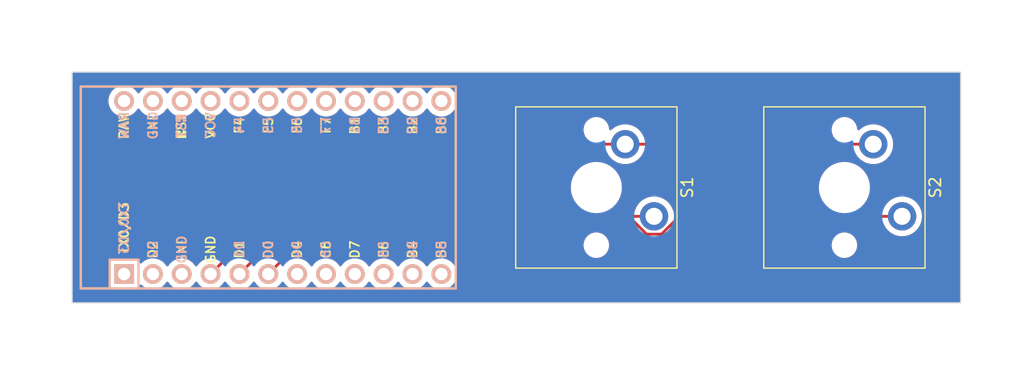
<source format=kicad_pcb>
(kicad_pcb (version 20221018) (generator pcbnew)
  (layers (0 "F.Cu" signal) (31 "B.Cu" signal) (34 "B.Paste" user) (35 "F.Paste" user) (36 "B.SilkS" user "B.Silkscreen") (37 "F.SilkS" user "F.Silkscreen") (38 "B.Mask" user) (39 "F.Mask" user) (44 "Edge.Cuts" user))
  (net 0 "")
  (net 1 "GND")
  (net 2 "BTN 1")
  (net 3 "BTN 2")
  (footprint "ScottoKeebs_MX:MX_PCB_1.00u" (layer "F.Cu") (at 170.18 100.33 -90)
    (fp_text reference "S2" (at 0 -8 90) (layer "F.SilkS"))
    (fp_text value "Keyswitch")
    (fp_line (start -7.1 -7.1) (end -7.1 7.1) (stroke (width 0.12)) (layer "F.SilkS"))
    (fp_line (start -7.1 7.1) (end 7.1 7.1) (stroke (width 0.12)) (layer "F.SilkS"))
    (fp_line (start 7.1 -7.1) (end -7.1 -7.1) (stroke (width 0.12)) (layer "F.SilkS"))
    (fp_line (start 7.1 7.1) (end 7.1 -7.1) (stroke (width 0.12)) (layer "F.SilkS"))
    (pad "" np_thru_hole circle (at -5.08 0 270) (size 1.75 1.75) (drill 1.75) (layers "*.Cu" "*.Mask"))
    (pad "" np_thru_hole circle (at 0 0 270) (size 4 4) (drill 4) (layers "*.Cu" "*.Mask"))
    (pad "" np_thru_hole circle (at 5.08 0 270) (size 1.75 1.75) (drill 1.75) (layers "*.Cu" "*.Mask"))
    (pad "1" thru_hole circle (at -3.81 -2.54 270) (size 2.5 2.5) (drill 1.5) (layers "*.Cu" "*.Mask") (net 1 "GND"))
    (pad "2" thru_hole circle (at 2.54 -5.08 270) (size 2.5 2.5) (drill 1.5) (layers "*.Cu" "*.Mask") (net 3 "BTN 2"))
  )
  (footprint "ScottoKeebs_MCU:Arduino_Pro_Micro" (layer "F.Cu") (at 120.72 100.33 90)
    (fp_text reference "U1" hide)
    (fp_text value "Arduino_Pro_Micro" hide)
    (fp_text user "B1" (at 5.461 6.35 90) (layer "B.SilkS") (effects (font (size 0.8 0.8)) (justify mirror)))
    (fp_text user "D1" (at -5.461 -3.81 90) (layer "B.SilkS") (effects (font (size 0.8 0.8)) (justify mirror)))
    (fp_text user "D0" (at -5.461 -1.27 90) (layer "B.SilkS") (effects (font (size 0.8 0.8)) (justify mirror)))
    (fp_text user "F6" (at 5.461 1.27 90) (layer "B.SilkS") (effects (font (size 0.8 0.8)) (justify mirror)))
    (fp_text user "C6" (at -5.461 3.81 90) (layer "B.SilkS") (effects (font (size 0.8 0.8)) (justify mirror)))
    (fp_text user "TX0/D3" (at -3.571872 -13.97 90) (layer "B.SilkS") (effects (font (size 0.8 0.8)) (justify mirror)))
    (fp_text user "B5" (at -5.461 13.97 90) (layer "B.SilkS") (effects (font (size 0.8 0.8)) (justify mirror)))
    (fp_text user "VCC" (at 5.461 -6.35 90) (layer "B.SilkS") (effects (font (size 0.8 0.8)) (justify mirror)))
    (fp_text user "F5" (at 5.461 -1.27 90) (layer "B.SilkS") (effects (font (size 0.8 0.8)) (justify mirror)))
    (fp_text user "F4" (at 5.461 -3.81 90) (layer "B.SilkS") (effects (font (size 0.8 0.8)) (justify mirror)))
    (fp_text user "D2" (at -5.461 -11.43 90) (layer "B.SilkS") (effects (font (size 0.8 0.8)) (justify mirror)))
    (fp_text user "E6" (at -5.461 8.89 90) (layer "B.SilkS") (effects (font (size 0.8 0.8)) (justify mirror)))
    (fp_text user "B6" (at 5.461 13.97 90) (layer "B.SilkS") (effects (font (size 0.8 0.8)) (justify mirror)))
    (fp_text user "B4" (at -5.461 11.43 90) (layer "B.SilkS") (effects (font (size 0.8 0.8)) (justify mirror)))
    (fp_text user "GND" (at 5.461 -11.43 90) (layer "B.SilkS") (effects (font (size 0.8 0.8)) (justify mirror)))
    (fp_text user "RAW" (at 5.461 -13.97 90) (layer "B.SilkS") (effects (font (size 0.8 0.8)) (justify mirror)))
    (fp_text user "B2" (at 5.461 11.43 90) (layer "B.SilkS") (effects (font (size 0.8 0.8)) (justify mirror)))
    (fp_text user "ST" (at 5.04 -8.91 90) (layer "B.SilkS") (effects (font (size 0.8 0.8)) (justify mirror)))
    (fp_text user "GND" (at -5.461 -8.89 90) (layer "B.SilkS") (effects (font (size 0.8 0.8)) (justify mirror)))
    (fp_text user "F7" (at 5.461 3.81 90) (layer "B.SilkS") (effects (font (size 0.8 0.8)) (justify mirror)))
    (fp_text user "B3" (at 5.461 8.89 90) (layer "B.SilkS") (effects (font (size 0.8 0.8)) (justify mirror)))
    (fp_text user "D4" (at -5.461 1.27 90) (layer "B.SilkS") (effects (font (size 0.8 0.8)) (justify mirror)))
    (fp_text user "B6" (at 5.461 13.97 90) (layer "F.SilkS") (effects (font (size 0.8 0.8))))
    (fp_text user "B5" (at -5.461 13.97 90) (layer "F.SilkS") (effects (font (size 0.8 0.8))))
    (fp_text user "D7" (at -5.461 6.35 90) (layer "F.SilkS") (effects (font (size 0.8 0.8))))
    (fp_text user "TX0/D3" (at -3.571872 -13.97 90) (layer "F.SilkS") (effects (font (size 0.8 0.8))))
    (fp_text user "C6" (at -5.461 3.81 90) (layer "F.SilkS") (effects (font (size 0.8 0.8))))
    (fp_text user "D4" (at -5.461 1.27 90) (layer "F.SilkS") (effects (font (size 0.8 0.8))))
    (fp_text user "E6" (at -5.461 8.89 90) (layer "F.SilkS") (effects (font (size 0.8 0.8))))
    (fp_text user "ST" (at 5.73312 -8.92 90) (layer "F.SilkS") (effects (font (size 0.8 0.8))))
    (fp_text user "GND" (at 5.461 -11.43 90) (layer "F.SilkS") (effects (font (size 0.8 0.8))))
    (fp_text user "F6" (at 5.461 1.27 90) (layer "F.SilkS") (effects (font (size 0.8 0.8))))
    (fp_text user "GND" (at -5.461 -8.89 90) (layer "F.SilkS") (effects (font (size 0.8 0.8))))
    (fp_text user "B1" (at 5.461 6.35 90) (layer "F.SilkS") (effects (font (size 0.8 0.8))))
    (fp_text user "D2" (at -5.461 -11.43 90) (layer "F.SilkS") (effects (font (size 0.8 0.8))))
    (fp_text user "GND" (at -5.461 -6.35 90) (layer "F.SilkS") (effects (font (size 0.8 0.8))))
    (fp_text user "B2" (at 5.461 11.43 90) (layer "F.SilkS") (effects (font (size 0.8 0.8))))
    (fp_text user "D0" (at -5.461 -1.27 90) (layer "F.SilkS") (effects (font (size 0.8 0.8))))
    (fp_text user "B4" (at -5.461 11.43 90) (layer "F.SilkS") (effects (font (size 0.8 0.8))))
    (fp_text user "D1" (at -5.461 -3.81 90) (layer "F.SilkS") (effects (font (size 0.8 0.8))))
    (fp_text user "VCC" (at 5.461 -6.35 90) (layer "F.SilkS") (effects (font (size 0.8 0.8))))
    (fp_text user "B3" (at 5.461 8.89 90) (layer "F.SilkS") (effects (font (size 0.8 0.8))))
    (fp_text user "F7" (at 5.461 3.81 90) (layer "F.SilkS") (effects (font (size 0.8 0.8))))
    (fp_text user "F5" (at 5.461 -1.27 90) (layer "F.SilkS") (effects (font (size 0.8 0.8))))
    (fp_text user "RAW" (at 5.461 -13.97 90) (layer "F.SilkS") (effects (font (size 0.8 0.8))))
    (fp_text user "F4" (at 5.461 -3.81 90) (layer "F.SilkS") (effects (font (size 0.8 0.8))))
    (fp_line (start -8.89 -17.78) (end -8.89 15.24) (stroke (width 0.2)) (layer "B.SilkS"))
    (fp_line (start -8.89 15.24) (end 8.89 15.24) (stroke (width 0.2)) (layer "B.SilkS"))
    (fp_line (start -6.35 -15.24) (end -8.89 -15.24) (stroke (width 0.2)) (layer "B.SilkS"))
    (fp_line (start -6.35 -15.24) (end -6.35 -12.7) (stroke (width 0.2)) (layer "B.SilkS"))
    (fp_line (start -6.35 -12.7) (end -8.89 -12.7) (stroke (width 0.2)) (layer "B.SilkS"))
    (fp_line (start 8.89 -17.78) (end -8.89 -17.78) (stroke (width 0.2)) (layer "B.SilkS"))
    (fp_line (start 8.89 15.24) (end 8.89 -17.78) (stroke (width 0.2)) (layer "B.SilkS"))
    (fp_poly (pts (xy 5.844635 -9.35097) (xy 5.844635 -9.25097) (xy 6.344635 -9.25097) (xy 6.344635 -9.35097)) (stroke (width 0.15)) (fill solid) (layer "B.SilkS"))
    (fp_poly (pts (xy 5.844635 -9.35097) (xy 5.844635 -9.05097) (xy 5.944635 -9.05097) (xy 5.944635 -9.35097)) (stroke (width 0.15)) (fill solid) (layer "B.SilkS"))
    (fp_poly (pts (xy 5.844635 -8.75097) (xy 5.844635 -8.55097) (xy 5.944635 -8.55097) (xy 5.944635 -8.75097)) (stroke (width 0.15)) (fill solid) (layer "B.SilkS"))
    (fp_poly (pts (xy 6.044635 -8.95097) (xy 6.044635 -8.85097) (xy 6.144635 -8.85097) (xy 6.144635 -8.95097)) (stroke (width 0.15)) (fill solid) (layer "B.SilkS"))
    (fp_poly (pts (xy 6.244635 -9.35097) (xy 6.244635 -8.55097) (xy 6.344635 -8.55097) (xy 6.344635 -9.35097)) (stroke (width 0.15)) (fill solid) (layer "B.SilkS"))
    (fp_line (start -8.89 -17.78) (end -8.89 15.24) (stroke (width 0.2)) (layer "F.SilkS"))
    (fp_line (start -8.89 15.24) (end 8.89 15.24) (stroke (width 0.2)) (layer "F.SilkS"))
    (fp_line (start -6.35 -15.24) (end -8.89 -15.24) (stroke (width 0.2)) (layer "F.SilkS"))
    (fp_line (start -6.35 -15.24) (end -6.35 -12.7) (stroke (width 0.2)) (layer "F.SilkS"))
    (fp_line (start -6.35 -12.7) (end -8.89 -12.7) (stroke (width 0.2)) (layer "F.SilkS"))
    (fp_line (start 8.89 -17.78) (end -8.89 -17.78) (stroke (width 0.2)) (layer "F.SilkS"))
    (fp_line (start 8.89 15.24) (end 8.89 -17.78) (stroke (width 0.2)) (layer "F.SilkS"))
    (fp_poly (pts (xy 4.531568 -9.36064) (xy 4.531568 -8.56064) (xy 4.431568 -8.56064) (xy 4.431568 -9.36064)) (stroke (width 0.15)) (fill solid) (layer "F.SilkS"))
    (fp_poly (pts (xy 4.731568 -8.96064) (xy 4.731568 -8.86064) (xy 4.631568 -8.86064) (xy 4.631568 -8.96064)) (stroke (width 0.15)) (fill solid) (layer "F.SilkS"))
    (fp_poly (pts (xy 4.931568 -9.36064) (xy 4.931568 -9.26064) (xy 4.431568 -9.26064) (xy 4.431568 -9.36064)) (stroke (width 0.15)) (fill solid) (layer "F.SilkS"))
    (fp_poly (pts (xy 4.931568 -9.36064) (xy 4.931568 -9.06064) (xy 4.831568 -9.06064) (xy 4.831568 -9.36064)) (stroke (width 0.15)) (fill solid) (layer "F.SilkS"))
    (fp_poly (pts (xy 4.931568 -8.76064) (xy 4.931568 -8.56064) (xy 4.831568 -8.56064) (xy 4.831568 -8.76064)) (stroke (width 0.15)) (fill solid) (layer "F.SilkS"))
    (pad "1" thru_hole rect (at -7.62 -13.97) (size 1.7526 1.7526) (drill 1.0922) (layers "*.Cu" "*.SilkS" "*.Mask"))
    (pad "2" thru_hole circle (at -7.62 -11.43) (size 1.7526 1.7526) (drill 1.0922) (layers "*.Cu" "*.SilkS" "*.Mask"))
    (pad "3" thru_hole circle (at -7.62 -8.89) (size 1.7526 1.7526) (drill 1.0922) (layers "*.Cu" "*.SilkS" "*.Mask"))
    (pad "4" thru_hole circle (at -7.62 -6.35) (size 1.7526 1.7526) (drill 1.0922) (layers "*.Cu" "*.SilkS" "*.Mask") (net 1 "GND"))
    (pad "5" thru_hole circle (at -7.62 -3.81) (size 1.7526 1.7526) (drill 1.0922) (layers "*.Cu" "*.SilkS" "*.Mask") (net 2 "BTN 1"))
    (pad "6" thru_hole circle (at -7.62 -1.27) (size 1.7526 1.7526) (drill 1.0922) (layers "*.Cu" "*.SilkS" "*.Mask") (net 3 "BTN 2"))
    (pad "7" thru_hole circle (at -7.62 1.27) (size 1.7526 1.7526) (drill 1.0922) (layers "*.Cu" "*.SilkS" "*.Mask"))
    (pad "8" thru_hole circle (at -7.62 3.81) (size 1.7526 1.7526) (drill 1.0922) (layers "*.Cu" "*.SilkS" "*.Mask"))
    (pad "9" thru_hole circle (at -7.62 6.35) (size 1.7526 1.7526) (drill 1.0922) (layers "*.Cu" "*.SilkS" "*.Mask"))
    (pad "10" thru_hole circle (at -7.62 8.89) (size 1.7526 1.7526) (drill 1.0922) (layers "*.Cu" "*.SilkS" "*.Mask"))
    (pad "11" thru_hole circle (at -7.62 11.43) (size 1.7526 1.7526) (drill 1.0922) (layers "*.Cu" "*.SilkS" "*.Mask"))
    (pad "12" thru_hole circle (at -7.62 13.97) (size 1.7526 1.7526) (drill 1.0922) (layers "*.Cu" "*.SilkS" "*.Mask"))
    (pad "13" thru_hole circle (at 7.62 13.97) (size 1.7526 1.7526) (drill 1.0922) (layers "*.Cu" "*.SilkS" "*.Mask"))
    (pad "14" thru_hole circle (at 7.62 11.43) (size 1.7526 1.7526) (drill 1.0922) (layers "*.Cu" "*.SilkS" "*.Mask"))
    (pad "15" thru_hole circle (at 7.62 8.89) (size 1.7526 1.7526) (drill 1.0922) (layers "*.Cu" "*.SilkS" "*.Mask"))
    (pad "16" thru_hole circle (at 7.62 6.35) (size 1.7526 1.7526) (drill 1.0922) (layers "*.Cu" "*.SilkS" "*.Mask"))
    (pad "17" thru_hole circle (at 7.62 3.81) (size 1.7526 1.7526) (drill 1.0922) (layers "*.Cu" "*.SilkS" "*.Mask"))
    (pad "18" thru_hole circle (at 7.62 1.27) (size 1.7526 1.7526) (drill 1.0922) (layers "*.Cu" "*.SilkS" "*.Mask"))
    (pad "19" thru_hole circle (at 7.62 -1.27) (size 1.7526 1.7526) (drill 1.0922) (layers "*.Cu" "*.SilkS" "*.Mask"))
    (pad "20" thru_hole circle (at 7.62 -3.81) (size 1.7526 1.7526) (drill 1.0922) (layers "*.Cu" "*.SilkS" "*.Mask"))
    (pad "21" thru_hole circle (at 7.62 -6.35) (size 1.7526 1.7526) (drill 1.0922) (layers "*.Cu" "*.SilkS" "*.Mask"))
    (pad "22" thru_hole circle (at 7.62 -8.89) (size 1.7526 1.7526) (drill 1.0922) (layers "*.Cu" "*.SilkS" "*.Mask"))
    (pad "23" thru_hole circle (at 7.62 -11.43) (size 1.7526 1.7526) (drill 1.0922) (layers "*.Cu" "*.SilkS" "*.Mask"))
    (pad "24" thru_hole circle (at 7.62 -13.97) (size 1.7526 1.7526) (drill 1.0922) (layers "*.Cu" "*.SilkS" "*.Mask"))
  )
  (footprint "ScottoKeebs_MX:MX_PCB_1.00u" (layer "F.Cu") (at 148.336 100.33 -90)
    (fp_text reference "S1" (at 0 -8 90) (layer "F.SilkS"))
    (fp_text value "Keyswitch")
    (fp_line (start -7.1 -7.1) (end -7.1 7.1) (stroke (width 0.12)) (layer "F.SilkS"))
    (fp_line (start -7.1 7.1) (end 7.1 7.1) (stroke (width 0.12)) (layer "F.SilkS"))
    (fp_line (start 7.1 -7.1) (end -7.1 -7.1) (stroke (width 0.12)) (layer "F.SilkS"))
    (fp_line (start 7.1 7.1) (end 7.1 -7.1) (stroke (width 0.12)) (layer "F.SilkS"))
    (pad "" np_thru_hole circle (at -5.08 0 270) (size 1.75 1.75) (drill 1.75) (layers "*.Cu" "*.Mask"))
    (pad "" np_thru_hole circle (at 0 0 270) (size 4 4) (drill 4) (layers "*.Cu" "*.Mask"))
    (pad "" np_thru_hole circle (at 5.08 0 270) (size 1.75 1.75) (drill 1.75) (layers "*.Cu" "*.Mask"))
    (pad "1" thru_hole circle (at -3.81 -2.54 270) (size 2.5 2.5) (drill 1.5) (layers "*.Cu" "*.Mask") (net 1 "GND"))
    (pad "2" thru_hole circle (at 2.54 -5.08 270) (size 2.5 2.5) (drill 1.5) (layers "*.Cu" "*.Mask") (net 2 "BTN 1"))
  )
  (gr_rect (start 102.175 90.17) (end 180.407 110.49) (stroke (width 0.1)) (fill none) (layer "Edge.Cuts"))
  (segment (start 150.876 96.52) (end 125.8 96.52) (width 0.25) (layer "F.Cu") (net 1))
  (segment (start 172.72 96.52) (end 150.876 96.52) (width 0.25) (layer "F.Cu") (net 1))
  (segment (start 125.8 96.52) (end 114.37 107.95) (width 0.25) (layer "F.Cu") (net 1))
  (segment (start 153.416 102.87) (end 121.99 102.87) (width 0.25) (layer "F.Cu") (net 2))
  (segment (start 121.99 102.87) (end 116.91 107.95) (width 0.25) (layer "F.Cu") (net 2))
  (segment (start 124.08 103.32) (end 119.45 107.95) (width 0.25) (layer "F.Cu") (net 3))
  (segment (start 152.763 104.445) (end 151.638 103.32) (width 0.25) (layer "F.Cu") (net 3))
  (segment (start 155.643387 102.87) (end 154.068387 104.445) (width 0.25) (layer "F.Cu") (net 3))
  (segment (start 151.638 103.32) (end 124.08 103.32) (width 0.25) (layer "F.Cu") (net 3))
  (segment (start 175.26 102.87) (end 155.643387 102.87) (width 0.25) (layer "F.Cu") (net 3))
  (segment (start 154.068387 104.445) (end 152.763 104.445) (width 0.25) (layer "F.Cu") (net 3))
  (zone (net 0) (net_name "") (layers "F&B.Cu") (connect_pads (clearance 0.5)) (min_thickness 0.25) (fill yes (thermal_gap 0.5) (thermal_bridge_width 0.5) (island_removal_mode 1) (island_area_min 10))
    (polygon (pts (xy 95.825 116.84) (xy 185.995 116.84) (xy 185.995 83.82) (xy 95.825 83.82)))
  )
)
</source>
